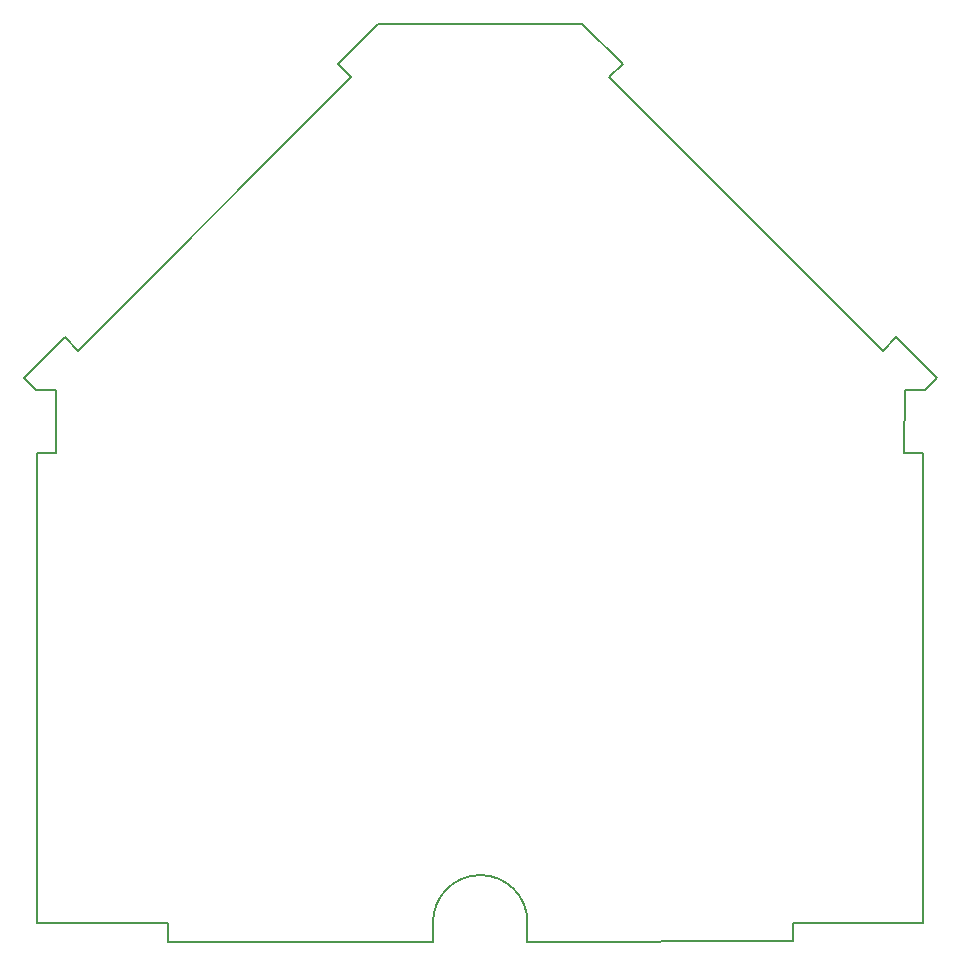
<source format=gbr>
%TF.GenerationSoftware,KiCad,Pcbnew,(5.1.8)-1*%
%TF.CreationDate,2021-12-10T09:06:31+01:00*%
%TF.ProjectId,FirePlace_V1,46697265-506c-4616-9365-5f56312e6b69,rev?*%
%TF.SameCoordinates,Original*%
%TF.FileFunction,Profile,NP*%
%FSLAX46Y46*%
G04 Gerber Fmt 4.6, Leading zero omitted, Abs format (unit mm)*
G04 Created by KiCad (PCBNEW (5.1.8)-1) date 2021-12-10 09:06:31*
%MOMM*%
%LPD*%
G01*
G04 APERTURE LIST*
%TA.AperFunction,Profile*%
%ADD10C,0.200000*%
%TD*%
G04 APERTURE END LIST*
D10*
X80441800Y-95859600D02*
X57962800Y-95885000D01*
X49961741Y-94259401D02*
X49961800Y-95897700D01*
X49961731Y-94256212D02*
G75*
G02*
X57962799Y-94272099I4000569J9512D01*
G01*
X57962799Y-94272099D02*
X57962800Y-95885000D01*
X89192100Y-44729400D02*
X88049100Y-45872400D01*
X49961800Y-95897700D02*
X27508200Y-95885000D01*
X89890600Y-49174400D02*
X91605100Y-49174400D01*
X16470400Y-54508400D02*
X18070400Y-54508400D01*
X18770600Y-44729400D02*
X19913600Y-45872400D01*
X88049100Y-45872400D02*
X64871600Y-22694900D01*
X15339000Y-48161000D02*
X18770600Y-44729400D01*
X91470394Y-94292400D02*
X80441800Y-94284800D01*
X18070400Y-54508400D02*
X18070400Y-49174400D01*
X91470394Y-94292400D02*
X91478100Y-54508400D01*
X62601800Y-18161000D02*
X66014600Y-21551900D01*
X27508200Y-94284800D02*
X16470400Y-94292400D01*
X18070400Y-49174400D02*
X16357600Y-49174400D01*
X80441800Y-94284800D02*
X80441800Y-95859600D01*
X45339000Y-18161000D02*
X41915080Y-21582380D01*
X89870390Y-54508400D02*
X89890600Y-49174400D01*
X66014600Y-21551900D02*
X64871600Y-22694900D01*
X92601760Y-48161000D02*
X89192100Y-44729400D01*
X16357600Y-49174400D02*
X15339000Y-48161000D01*
X16470400Y-94292400D02*
X16470400Y-54508400D01*
X41915080Y-21582380D02*
X43027600Y-22694900D01*
X19913600Y-45872400D02*
X43027600Y-22694900D01*
X27508200Y-95885000D02*
X27508200Y-94284800D01*
X91478100Y-54508400D02*
X89870390Y-54508400D01*
X91605100Y-49174400D02*
X92601760Y-48161000D01*
X45339000Y-18161000D02*
X62601800Y-18161000D01*
M02*

</source>
